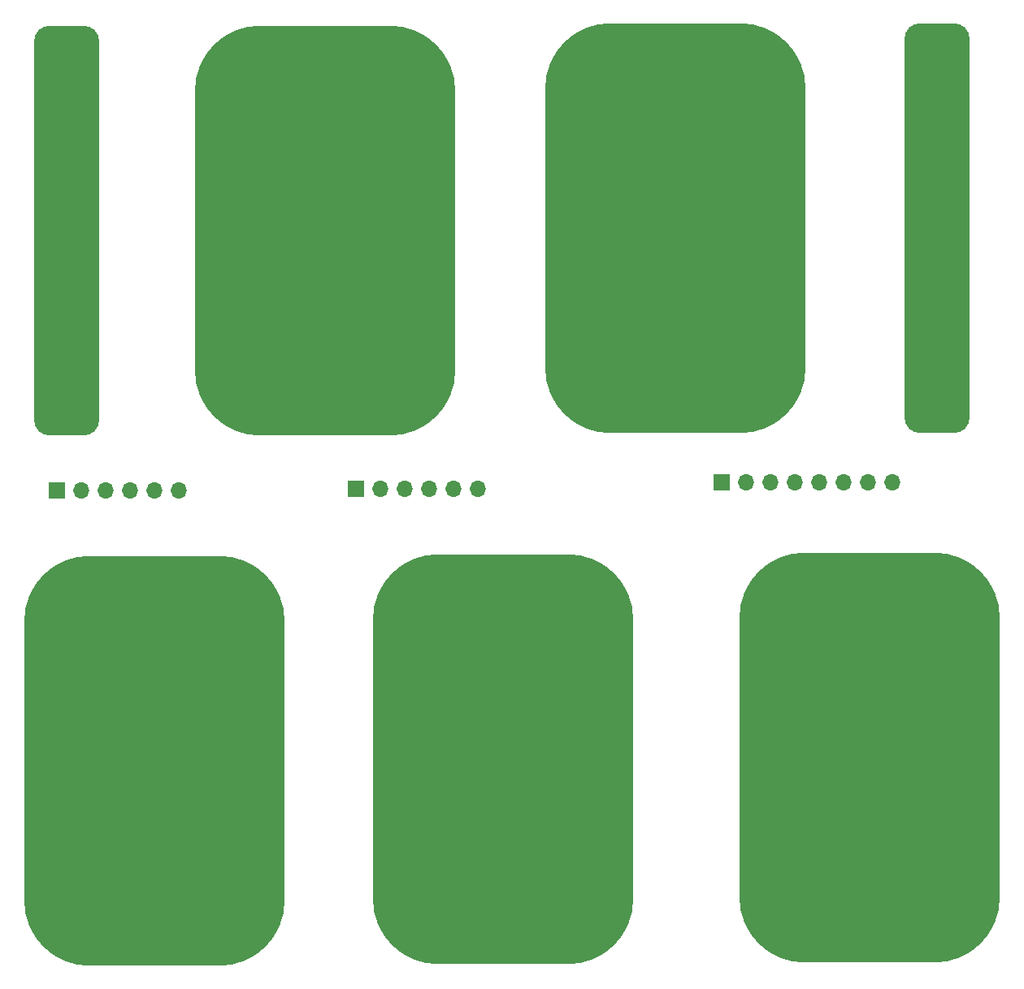
<source format=gbr>
%TF.GenerationSoftware,KiCad,Pcbnew,7.0.7*%
%TF.CreationDate,2024-01-08T08:14:38+08:00*%
%TF.ProjectId,IIDX_Cap_Controller,49494458-5f43-4617-905f-436f6e74726f,rev?*%
%TF.SameCoordinates,Original*%
%TF.FileFunction,Soldermask,Top*%
%TF.FilePolarity,Negative*%
%FSLAX46Y46*%
G04 Gerber Fmt 4.6, Leading zero omitted, Abs format (unit mm)*
G04 Created by KiCad (PCBNEW 7.0.7) date 2024-01-08 08:14:38*
%MOMM*%
%LPD*%
G01*
G04 APERTURE LIST*
G04 Aperture macros list*
%AMRoundRect*
0 Rectangle with rounded corners*
0 $1 Rounding radius*
0 $2 $3 $4 $5 $6 $7 $8 $9 X,Y pos of 4 corners*
0 Add a 4 corners polygon primitive as box body*
4,1,4,$2,$3,$4,$5,$6,$7,$8,$9,$2,$3,0*
0 Add four circle primitives for the rounded corners*
1,1,$1+$1,$2,$3*
1,1,$1+$1,$4,$5*
1,1,$1+$1,$6,$7*
1,1,$1+$1,$8,$9*
0 Add four rect primitives between the rounded corners*
20,1,$1+$1,$2,$3,$4,$5,0*
20,1,$1+$1,$4,$5,$6,$7,0*
20,1,$1+$1,$6,$7,$8,$9,0*
20,1,$1+$1,$8,$9,$2,$3,0*%
G04 Aperture macros list end*
%ADD10R,1.700000X1.700000*%
%ADD11O,1.700000X1.700000*%
%ADD12RoundRect,1.702594X-1.702593X-19.665156X1.702593X-19.665156X1.702593X19.665156X-1.702593X19.665156X0*%
%ADD13RoundRect,6.782594X-6.782593X-14.585156X6.782593X-14.585156X6.782593X14.585156X-6.782593X14.585156X0*%
G04 APERTURE END LIST*
D10*
%TO.C,J8*%
X169899833Y-80527328D03*
D11*
X172439833Y-80527328D03*
X174979833Y-80527328D03*
X177519833Y-80527328D03*
X180059833Y-80527328D03*
X182599833Y-80527328D03*
X185139833Y-80527328D03*
X187679833Y-80527328D03*
%TD*%
D12*
%TO.C,J9*%
X101621903Y-54244873D03*
%TD*%
D13*
%TO.C,J3*%
X147142409Y-109346366D03*
%TD*%
D12*
%TO.C,J6*%
X192354392Y-53996893D03*
%TD*%
D13*
%TO.C,J4*%
X165091829Y-53980909D03*
%TD*%
%TO.C,J2*%
X128535183Y-54229618D03*
%TD*%
%TO.C,J5*%
X185285341Y-109196197D03*
%TD*%
%TO.C,J1*%
X110801506Y-109496535D03*
%TD*%
D10*
%TO.C,J11*%
X131788508Y-81180273D03*
D11*
X134328508Y-81180273D03*
X136868508Y-81180273D03*
X139408508Y-81180273D03*
X141948508Y-81180273D03*
X144488508Y-81180273D03*
%TD*%
D10*
%TO.C,J10*%
X100619644Y-81310065D03*
D11*
X103159644Y-81310065D03*
X105699644Y-81310065D03*
X108239644Y-81310065D03*
X110779644Y-81310065D03*
X113319644Y-81310065D03*
%TD*%
M02*

</source>
